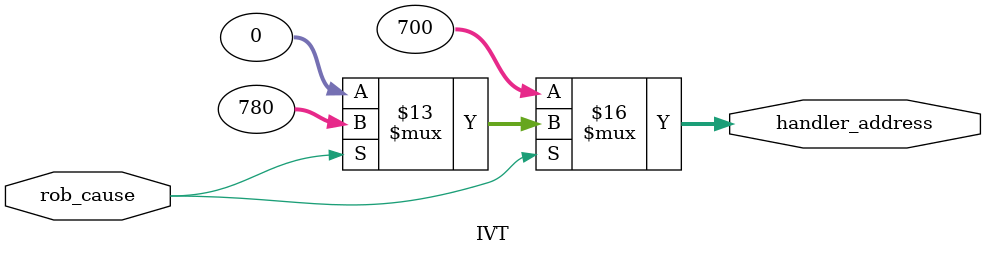
<source format=v>
module IVT(
    input rob_cause,
    output reg [31:0] handler_address  // 예외 핸들러 주소
);

always @(*) begin
    if (rob_cause== 2'b00) begin
        handler_address <= 32'h02BC; // Illegal Instruction: 700번지
    end else if (rob_cause == 2'b01) begin
        handler_address <= 32'h030C; // DIV 0: 780번지
    end else if (rob_cause == 2'b10) begin
        handler_address <= 32'h02E4; // LS: 740번지
    end else if (rob_cause == 2'b11) begin
        handler_address <= 32'h0334; // Address: 820번지
    end else begin
        handler_address <=32'h0000;
    end
    end
endmodule

</source>
